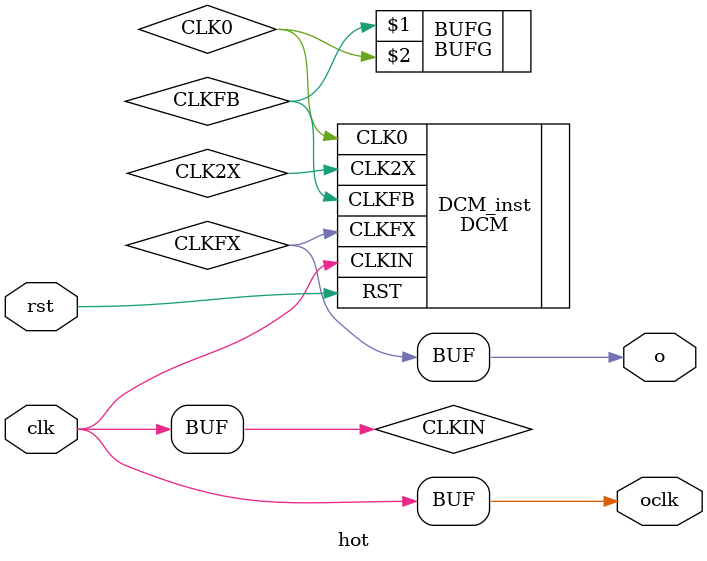
<source format=v>

module hot(rst, clk, o, oclk);

	input rst;
	input clk;
	output o;
	output oclk;
	
	wire o;
	wire oclk;

	wire CLK0;
	wire CLK2X;
	wire CLKFX;
	wire CLKFB;
	wire CLKIN;
	
	assign o = CLKFX;
	assign CLKIN = clk;
	assign oclk = clk;

	BUFG BUFG(CLKFB, CLK0);

  DCM DCM_inst (
      .CLK0(CLK0),     // 0 degree DCM CLK ouptput
      .CLK2X(CLK2X),   // 2X DCM CLK output
      .CLKFX(CLKFX),
      .CLKFB(CLKFB),   // DCM clock feedback
      .CLKIN(CLKIN),   // Clock input (from IBUFG, BUFG or DCM)
                        
      .RST(rst)        // DCM asynchronous reset input
   );

   defparam DCM_inst.CLKFX_DIVIDE = 6.0; 
   defparam DCM_inst.CLKFX_MULTIPLY = 2.0;
   defparam DCM_inst.CLKIN_PERIOD = 20;

endmodule
		
</source>
